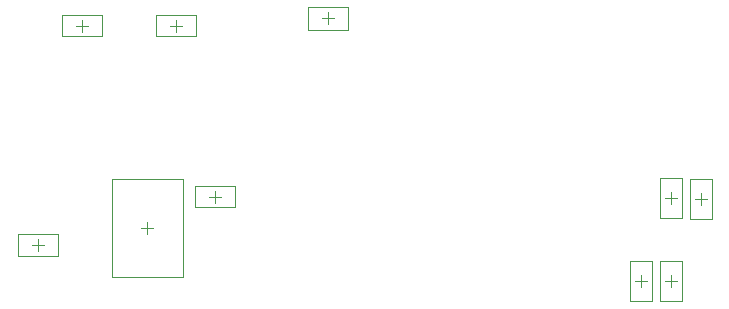
<source format=gbr>
%TF.GenerationSoftware,Altium Limited,Altium Designer,19.1.8 (144)*%
G04 Layer_Color=32768*
%FSLAX26Y26*%
%MOIN*%
%TF.FileFunction,Other,Mechanical_15*%
%TF.Part,Single*%
G01*
G75*
%TA.AperFunction,NonConductor*%
%ADD36C,0.003937*%
%ADD37C,0.001968*%
D36*
X596417Y1780315D02*
Y1819685D01*
X576732Y1800000D02*
X616102D01*
X910000Y1780315D02*
Y1819685D01*
X890315Y1800000D02*
X929685D01*
X2540315Y1225000D02*
X2579685D01*
X2560000Y1205315D02*
Y1244685D01*
X2440315Y950000D02*
X2479685D01*
X2460000Y930315D02*
Y969685D01*
X2540315Y948583D02*
X2579685D01*
X2560000Y928898D02*
Y968268D01*
X2640315Y1223583D02*
X2679685D01*
X2660000Y1203898D02*
Y1243268D01*
X430315Y1070000D02*
X469685D01*
X450000Y1050315D02*
Y1089685D01*
X1020315Y1230000D02*
X1059685D01*
X1040000Y1210315D02*
Y1249685D01*
X815000Y1105315D02*
Y1144685D01*
X795315Y1125000D02*
X834685D01*
X1396732Y1825000D02*
X1436102D01*
X1416417Y1805315D02*
Y1844685D01*
D37*
X529488Y1835433D02*
X663346D01*
Y1764567D02*
Y1835433D01*
X529488Y1764567D02*
Y1835433D01*
Y1764567D02*
X663346D01*
X843071D02*
X976929D01*
X843071D02*
Y1835433D01*
X976929Y1764567D02*
Y1835433D01*
X843071D02*
X976929D01*
X2522599Y1158071D02*
Y1291929D01*
X2597402Y1158071D02*
Y1291929D01*
X2522599D02*
X2597402D01*
X2522599Y1158071D02*
X2597402D01*
X2422598Y883071D02*
Y1016929D01*
X2497401Y883071D02*
Y1016929D01*
X2422598D02*
X2497401D01*
X2422598Y883071D02*
X2497401D01*
X2597401Y881654D02*
Y1015512D01*
X2522598Y881654D02*
Y1015512D01*
Y881654D02*
X2597401D01*
X2522598Y1015512D02*
X2597401D01*
X2697401Y1156653D02*
Y1290512D01*
X2622598Y1156653D02*
Y1290512D01*
Y1156653D02*
X2697401D01*
X2622598Y1290512D02*
X2697401D01*
X516929Y1032599D02*
Y1107402D01*
X383071Y1032599D02*
X516929D01*
X383071Y1107402D02*
X516929D01*
X383071Y1032599D02*
Y1107402D01*
X973071Y1194567D02*
X1106929D01*
X973071D02*
Y1265433D01*
X1106929Y1194567D02*
Y1265433D01*
X973071D02*
X1106929D01*
X696890Y961614D02*
Y1288386D01*
X933110D01*
X696890Y961614D02*
X933110D01*
Y1288386D01*
X1349488Y1787599D02*
Y1862402D01*
X1483347Y1787599D02*
Y1862402D01*
X1349488D02*
X1483347D01*
X1349488Y1787599D02*
X1483347D01*
%TF.MD5,87a92ff55641e3b69620d580572b491b*%
M02*

</source>
